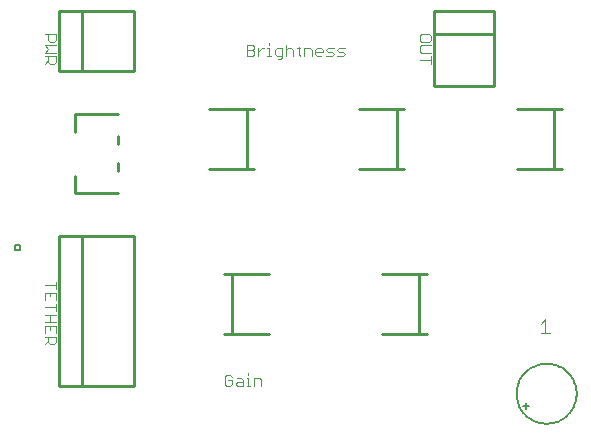
<source format=gto>
G75*
G70*
%OFA0B0*%
%FSLAX24Y24*%
%IPPOS*%
%LPD*%
%AMOC8*
5,1,8,0,0,1.08239X$1,22.5*
%
%ADD10C,0.0030*%
%ADD11C,0.0080*%
%ADD12C,0.0100*%
%ADD13C,0.0040*%
%ADD14C,0.0060*%
D10*
X001945Y003827D02*
X002068Y003950D01*
X002068Y003888D02*
X002068Y004073D01*
X001945Y004073D02*
X002315Y004073D01*
X002315Y003888D01*
X002254Y003827D01*
X002130Y003827D01*
X002068Y003888D01*
X001945Y004195D02*
X001945Y004442D01*
X002315Y004442D01*
X002315Y004195D01*
X002130Y004318D02*
X002130Y004442D01*
X002130Y004563D02*
X002130Y004810D01*
X001945Y004810D02*
X002315Y004810D01*
X002315Y004931D02*
X002315Y005178D01*
X002315Y005300D02*
X002315Y005547D01*
X001945Y005547D01*
X001945Y005300D01*
X002130Y005423D02*
X002130Y005547D01*
X002315Y005668D02*
X002315Y005915D01*
X002315Y005792D02*
X001945Y005792D01*
X001945Y005055D02*
X002315Y005055D01*
X002315Y004563D02*
X001945Y004563D01*
X007945Y002754D02*
X007945Y002507D01*
X008007Y002445D01*
X008130Y002445D01*
X008192Y002507D01*
X008192Y002630D01*
X008068Y002630D01*
X007945Y002754D02*
X008007Y002815D01*
X008130Y002815D01*
X008192Y002754D01*
X008375Y002692D02*
X008498Y002692D01*
X008560Y002630D01*
X008560Y002445D01*
X008375Y002445D01*
X008313Y002507D01*
X008375Y002568D01*
X008560Y002568D01*
X008682Y002445D02*
X008805Y002445D01*
X008743Y002445D02*
X008743Y002692D01*
X008682Y002692D01*
X008743Y002815D02*
X008743Y002877D01*
X008927Y002692D02*
X009112Y002692D01*
X009174Y002630D01*
X009174Y002445D01*
X008927Y002445D02*
X008927Y002692D01*
X014815Y013181D02*
X014815Y013428D01*
X014815Y013550D02*
X014507Y013550D01*
X014445Y013612D01*
X014445Y013735D01*
X014507Y013797D01*
X014815Y013797D01*
X014754Y013918D02*
X014507Y013918D01*
X014445Y013980D01*
X014445Y014103D01*
X014507Y014165D01*
X014754Y014165D01*
X014815Y014103D01*
X014815Y013980D01*
X014754Y013918D01*
X014815Y013305D02*
X014445Y013305D01*
X011950Y013507D02*
X011888Y013568D01*
X011765Y013568D01*
X011703Y013630D01*
X011765Y013692D01*
X011950Y013692D01*
X011950Y013507D02*
X011888Y013445D01*
X011703Y013445D01*
X011581Y013507D02*
X011520Y013568D01*
X011396Y013568D01*
X011335Y013630D01*
X011396Y013692D01*
X011581Y013692D01*
X011581Y013507D02*
X011520Y013445D01*
X011335Y013445D01*
X011213Y013568D02*
X010966Y013568D01*
X010966Y013507D02*
X010966Y013630D01*
X011028Y013692D01*
X011151Y013692D01*
X011213Y013630D01*
X011213Y013568D01*
X011151Y013445D02*
X011028Y013445D01*
X010966Y013507D01*
X010845Y013445D02*
X010845Y013630D01*
X010783Y013692D01*
X010598Y013692D01*
X010598Y013445D01*
X010476Y013445D02*
X010414Y013507D01*
X010414Y013754D01*
X010352Y013692D02*
X010476Y013692D01*
X010231Y013630D02*
X010231Y013445D01*
X010231Y013630D02*
X010169Y013692D01*
X010046Y013692D01*
X009984Y013630D01*
X009863Y013692D02*
X009863Y013383D01*
X009801Y013322D01*
X009739Y013322D01*
X009678Y013445D02*
X009863Y013445D01*
X009984Y013445D02*
X009984Y013815D01*
X009863Y013692D02*
X009678Y013692D01*
X009616Y013630D01*
X009616Y013507D01*
X009678Y013445D01*
X009494Y013445D02*
X009370Y013445D01*
X009432Y013445D02*
X009432Y013692D01*
X009370Y013692D01*
X009248Y013692D02*
X009187Y013692D01*
X009063Y013568D01*
X008942Y013568D02*
X008942Y013507D01*
X008880Y013445D01*
X008695Y013445D01*
X008695Y013815D01*
X008880Y013815D01*
X008942Y013754D01*
X008942Y013692D01*
X008880Y013630D01*
X008695Y013630D01*
X008880Y013630D02*
X008942Y013568D01*
X009063Y013445D02*
X009063Y013692D01*
X009432Y013815D02*
X009432Y013877D01*
X002315Y013797D02*
X001945Y013797D01*
X002068Y013673D01*
X001945Y013550D01*
X002315Y013550D01*
X002315Y013428D02*
X002315Y013243D01*
X002254Y013181D01*
X002130Y013181D01*
X002068Y013243D01*
X002068Y013428D01*
X001945Y013428D02*
X002315Y013428D01*
X002068Y013305D02*
X001945Y013181D01*
X002130Y013918D02*
X002068Y013980D01*
X002068Y014165D01*
X001945Y014165D02*
X002315Y014165D01*
X002315Y013980D01*
X002254Y013918D01*
X002130Y013918D01*
D11*
X001123Y007123D02*
X000970Y007123D01*
X000970Y006970D01*
X001123Y006970D01*
X001123Y007123D01*
D12*
X002430Y002430D02*
X003180Y002430D01*
X003180Y007430D01*
X004930Y007430D01*
X004930Y002430D01*
X003180Y002430D01*
X002430Y002430D02*
X002430Y007430D01*
X003180Y007430D01*
X002971Y008861D02*
X002971Y009452D01*
X002971Y008861D02*
X004389Y008861D01*
X004389Y009589D02*
X004389Y009865D01*
X004389Y010495D02*
X004389Y010771D01*
X004389Y011499D02*
X002971Y011499D01*
X002971Y010908D01*
X003180Y012930D02*
X002430Y012930D01*
X002430Y014930D01*
X003180Y014930D01*
X003180Y012930D01*
X004930Y012930D01*
X004930Y014930D01*
X003180Y014930D01*
X007430Y011680D02*
X008930Y011680D01*
X008680Y011680D02*
X008680Y009680D01*
X008930Y009680D02*
X007430Y009680D01*
X007930Y006180D02*
X008180Y006180D01*
X008180Y004180D01*
X007930Y004180D01*
X008180Y004180D02*
X009430Y004180D01*
X009430Y006180D02*
X008180Y006180D01*
X012430Y009680D02*
X013930Y009680D01*
X013680Y009680D02*
X013680Y011680D01*
X013930Y011680D02*
X012430Y011680D01*
X014930Y012430D02*
X014930Y014180D01*
X016930Y014180D01*
X016930Y012430D01*
X014930Y012430D01*
X014930Y014180D02*
X014930Y014930D01*
X016930Y014930D01*
X016930Y014180D01*
X017680Y011680D02*
X018930Y011680D01*
X018930Y009680D01*
X017680Y009680D01*
X018930Y009680D02*
X019180Y009680D01*
X019180Y011680D02*
X018930Y011680D01*
X014680Y006180D02*
X014430Y006180D01*
X014430Y004180D01*
X013180Y004180D01*
X014430Y004180D02*
X014680Y004180D01*
X014430Y006180D02*
X013180Y006180D01*
D13*
X018490Y004507D02*
X018643Y004660D01*
X018643Y004200D01*
X018490Y004200D02*
X018797Y004200D01*
D14*
X017680Y002180D02*
X017682Y002243D01*
X017688Y002305D01*
X017698Y002367D01*
X017711Y002429D01*
X017729Y002489D01*
X017750Y002548D01*
X017775Y002606D01*
X017804Y002662D01*
X017836Y002716D01*
X017871Y002768D01*
X017909Y002817D01*
X017951Y002865D01*
X017995Y002909D01*
X018043Y002951D01*
X018092Y002989D01*
X018144Y003024D01*
X018198Y003056D01*
X018254Y003085D01*
X018312Y003110D01*
X018371Y003131D01*
X018431Y003149D01*
X018493Y003162D01*
X018555Y003172D01*
X018617Y003178D01*
X018680Y003180D01*
X018743Y003178D01*
X018805Y003172D01*
X018867Y003162D01*
X018929Y003149D01*
X018989Y003131D01*
X019048Y003110D01*
X019106Y003085D01*
X019162Y003056D01*
X019216Y003024D01*
X019268Y002989D01*
X019317Y002951D01*
X019365Y002909D01*
X019409Y002865D01*
X019451Y002817D01*
X019489Y002768D01*
X019524Y002716D01*
X019556Y002662D01*
X019585Y002606D01*
X019610Y002548D01*
X019631Y002489D01*
X019649Y002429D01*
X019662Y002367D01*
X019672Y002305D01*
X019678Y002243D01*
X019680Y002180D01*
X019678Y002117D01*
X019672Y002055D01*
X019662Y001993D01*
X019649Y001931D01*
X019631Y001871D01*
X019610Y001812D01*
X019585Y001754D01*
X019556Y001698D01*
X019524Y001644D01*
X019489Y001592D01*
X019451Y001543D01*
X019409Y001495D01*
X019365Y001451D01*
X019317Y001409D01*
X019268Y001371D01*
X019216Y001336D01*
X019162Y001304D01*
X019106Y001275D01*
X019048Y001250D01*
X018989Y001229D01*
X018929Y001211D01*
X018867Y001198D01*
X018805Y001188D01*
X018743Y001182D01*
X018680Y001180D01*
X018617Y001182D01*
X018555Y001188D01*
X018493Y001198D01*
X018431Y001211D01*
X018371Y001229D01*
X018312Y001250D01*
X018254Y001275D01*
X018198Y001304D01*
X018144Y001336D01*
X018092Y001371D01*
X018043Y001409D01*
X017995Y001451D01*
X017951Y001495D01*
X017909Y001543D01*
X017871Y001592D01*
X017836Y001644D01*
X017804Y001698D01*
X017775Y001754D01*
X017750Y001812D01*
X017729Y001871D01*
X017711Y001931D01*
X017698Y001993D01*
X017688Y002055D01*
X017682Y002117D01*
X017680Y002180D01*
X017980Y001880D02*
X017980Y001680D01*
X018080Y001780D02*
X017880Y001780D01*
M02*

</source>
